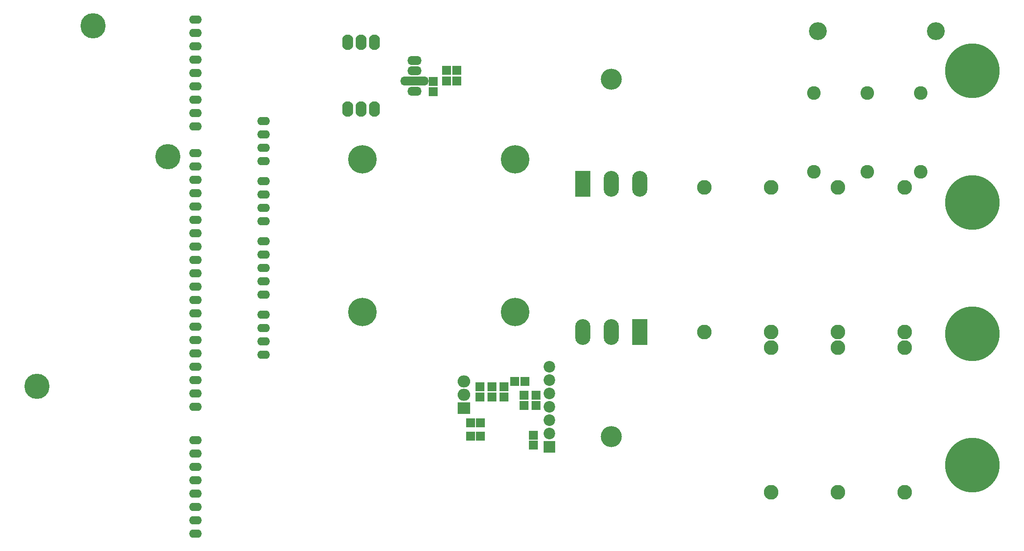
<source format=gbr>
G04 #@! TF.GenerationSoftware,KiCad,Pcbnew,(5.0.0-rc2-dev-586-g888c43477)*
G04 #@! TF.CreationDate,2018-06-03T13:58:00-03:00*
G04 #@! TF.ProjectId,Mcc18,4D636331382E6B696361645F70636200,rev?*
G04 #@! TF.SameCoordinates,Original*
G04 #@! TF.FileFunction,Soldermask,Bot*
G04 #@! TF.FilePolarity,Negative*
%FSLAX46Y46*%
G04 Gerber Fmt 4.6, Leading zero omitted, Abs format (unit mm)*
G04 Created by KiCad (PCBNEW (5.0.0-rc2-dev-586-g888c43477)) date 06/03/18 13:58:00*
%MOMM*%
%LPD*%
G01*
G04 APERTURE LIST*
%ADD10O,2.100000X2.940000*%
%ADD11O,2.700000X1.700000*%
%ADD12O,5.400000X1.700000*%
%ADD13O,2.400000X1.600000*%
%ADD14O,4.000000X4.000000*%
%ADD15R,2.900000X4.900000*%
%ADD16O,2.900000X4.900000*%
%ADD17C,2.200000*%
%ADD18R,2.200000X2.200000*%
%ADD19C,5.400000*%
%ADD20C,4.800000*%
%ADD21R,1.800000X1.695000*%
%ADD22O,2.400000X2.305000*%
%ADD23R,2.400000X2.305000*%
%ADD24C,2.600000*%
%ADD25R,1.695000X1.800000*%
%ADD26C,2.800000*%
%ADD27C,10.400000*%
%ADD28C,3.400000*%
G04 APERTURE END LIST*
D10*
X123952000Y-49530000D03*
X121412000Y-49530000D03*
X126492000Y-49530000D03*
D11*
X134112000Y-58826400D03*
D12*
X134112000Y-56896000D03*
D11*
X134112000Y-54965600D03*
X134112000Y-53035200D03*
D10*
X126492000Y-62230000D03*
X121412000Y-62230000D03*
X123952000Y-62230000D03*
D13*
X105410000Y-64516000D03*
X105410000Y-108966000D03*
X105410000Y-106426000D03*
X105410000Y-103886000D03*
X105410000Y-101346000D03*
X105410000Y-97536000D03*
X105410000Y-94996000D03*
X105410000Y-92456000D03*
X105410000Y-89916000D03*
X105410000Y-87376000D03*
X105410000Y-83566000D03*
X105410000Y-81026000D03*
X105410000Y-78486000D03*
X105410000Y-75946000D03*
X105410000Y-72136000D03*
X105410000Y-69596000D03*
X105410000Y-67056000D03*
D14*
X171566000Y-124508000D03*
D15*
X177016000Y-104648000D03*
D16*
X171566000Y-104648000D03*
X166116000Y-104648000D03*
X177016000Y-76454000D03*
X171566000Y-76454000D03*
D15*
X166116000Y-76454000D03*
D14*
X171566000Y-56594000D03*
D17*
X159766000Y-123952000D03*
D18*
X159766000Y-126492000D03*
D17*
X159766000Y-111252000D03*
X159766000Y-121412000D03*
X159766000Y-118872000D03*
X159766000Y-113792000D03*
X159766000Y-116332000D03*
D19*
X124206000Y-100838000D03*
X124206000Y-71755000D03*
X153289000Y-100838000D03*
X153289000Y-71755000D03*
D20*
X62357000Y-114934000D03*
X73025000Y-46355000D03*
X87225274Y-71247000D03*
D13*
X92456000Y-45212000D03*
X92456000Y-47752000D03*
X92456000Y-50292000D03*
X92456000Y-52832000D03*
X92456000Y-55372000D03*
X92456000Y-57912000D03*
X92456000Y-60452000D03*
X92456000Y-62992000D03*
X92456000Y-65532000D03*
X92456000Y-70612000D03*
X92456000Y-73152000D03*
X92456000Y-75692000D03*
X92456000Y-78232000D03*
X92456000Y-80772000D03*
X92456000Y-83312000D03*
X92456000Y-85852000D03*
X92456000Y-88392000D03*
X92456000Y-90932000D03*
X92456000Y-93472000D03*
X92456000Y-96012000D03*
X92456000Y-98552000D03*
X92456000Y-101092000D03*
X92456000Y-103632000D03*
X92456000Y-106172000D03*
X92456000Y-108712000D03*
X92456000Y-111252000D03*
X92456000Y-113792000D03*
X92456000Y-116332000D03*
X92456000Y-118872000D03*
X92456000Y-125222000D03*
X92456000Y-127762000D03*
X92456000Y-130302000D03*
X92456000Y-132842000D03*
X92456000Y-135382000D03*
X92456000Y-137922000D03*
X92456000Y-140462000D03*
X92456000Y-143002000D03*
D21*
X146558000Y-115062000D03*
X146558000Y-116997000D03*
D22*
X143510000Y-114046000D03*
X143510000Y-116586000D03*
D23*
X143510000Y-119126000D03*
D24*
X220218000Y-74182000D03*
X220218000Y-59182000D03*
X230378000Y-74182000D03*
X230378000Y-59182000D03*
X210058000Y-74182000D03*
X210058000Y-59182000D03*
D25*
X155145500Y-114046000D03*
X153210500Y-114046000D03*
D21*
X148844000Y-116997000D03*
X148844000Y-115062000D03*
D25*
X144780000Y-124460000D03*
X146715000Y-124460000D03*
D21*
X154940000Y-118618000D03*
X154940000Y-116683000D03*
X151130000Y-115062000D03*
X151130000Y-116997000D03*
X157226000Y-118618000D03*
X157226000Y-116683000D03*
X137668000Y-58928000D03*
X137668000Y-56993000D03*
D25*
X146715000Y-121920000D03*
X144780000Y-121920000D03*
D26*
X214630000Y-107628000D03*
X214630000Y-135128000D03*
X227330000Y-104648000D03*
X227330000Y-77148000D03*
X214630000Y-77148000D03*
X214630000Y-104648000D03*
X201930000Y-104648000D03*
X201930000Y-77148000D03*
X227330000Y-107628000D03*
X227330000Y-135128000D03*
X189230000Y-104648000D03*
X189230000Y-77148000D03*
X201930000Y-107628000D03*
X201930000Y-135128000D03*
D27*
X240202000Y-129972000D03*
X240202000Y-104972000D03*
X240202000Y-79972000D03*
X240202000Y-54972000D03*
D28*
X233273600Y-47371000D03*
X210820000Y-47371000D03*
D21*
X156718000Y-126189500D03*
X156718000Y-124254500D03*
D25*
X142191500Y-54864000D03*
X140256500Y-54864000D03*
X140256500Y-56896000D03*
X142191500Y-56896000D03*
M02*

</source>
